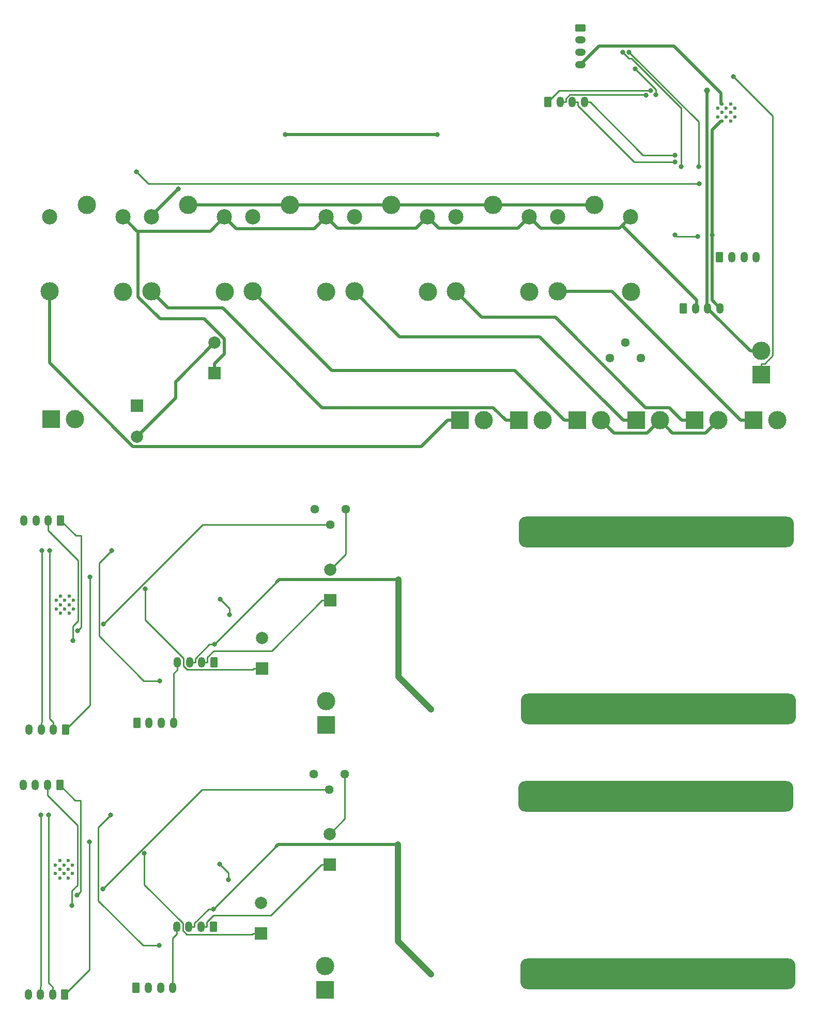
<source format=gbr>
%TF.GenerationSoftware,KiCad,Pcbnew,7.0.8*%
%TF.CreationDate,2023-11-09T16:26:40+02:00*%
%TF.ProjectId,sprinklers,73707269-6e6b-46c6-9572-732e6b696361,1.2*%
%TF.SameCoordinates,Original*%
%TF.FileFunction,Copper,L2,Bot*%
%TF.FilePolarity,Positive*%
%FSLAX46Y46*%
G04 Gerber Fmt 4.6, Leading zero omitted, Abs format (unit mm)*
G04 Created by KiCad (PCBNEW 7.0.8) date 2023-11-09 16:26:40*
%MOMM*%
%LPD*%
G01*
G04 APERTURE LIST*
G04 Aperture macros list*
%AMRoundRect*
0 Rectangle with rounded corners*
0 $1 Rounding radius*
0 $2 $3 $4 $5 $6 $7 $8 $9 X,Y pos of 4 corners*
0 Add a 4 corners polygon primitive as box body*
4,1,4,$2,$3,$4,$5,$6,$7,$8,$9,$2,$3,0*
0 Add four circle primitives for the rounded corners*
1,1,$1+$1,$2,$3*
1,1,$1+$1,$4,$5*
1,1,$1+$1,$6,$7*
1,1,$1+$1,$8,$9*
0 Add four rect primitives between the rounded corners*
20,1,$1+$1,$2,$3,$4,$5,0*
20,1,$1+$1,$4,$5,$6,$7,0*
20,1,$1+$1,$6,$7,$8,$9,0*
20,1,$1+$1,$8,$9,$2,$3,0*%
%AMFreePoly0*
4,1,41,-22.500000,1.388890,-22.492142,1.520800,-22.447241,1.727208,-22.364088,1.921388,-22.245689,2.096323,-22.096323,2.245689,-21.921388,2.364088,-21.727208,2.447241,-21.520800,2.492142,-21.388890,2.500000,21.388890,2.500000,21.520800,2.492142,21.727208,2.447241,21.921388,2.364088,22.096323,2.245689,22.245689,2.096323,22.364088,1.921388,22.447241,1.727208,22.492142,1.520800,22.500000,1.388890,
22.500000,-1.388890,22.492142,-1.520800,22.447241,-1.727208,22.364088,-1.921388,22.245689,-2.096323,22.096323,-2.245689,21.921388,-2.364088,21.727208,-2.447241,21.520800,-2.492142,21.388890,-2.500000,-21.388890,-2.500000,-21.520800,-2.492142,-21.727208,-2.447241,-21.921388,-2.364088,-22.096323,-2.245689,-22.245689,-2.096323,-22.364088,-1.921388,-22.447241,-1.727208,-22.492142,-1.520800,-22.500000,-1.388890,
-22.500000,1.388890,-22.500000,1.388890,$1*%
G04 Aperture macros list end*
%TA.AperFunction,ComponentPad*%
%ADD10RoundRect,0.250000X0.350000X0.625000X-0.350000X0.625000X-0.350000X-0.625000X0.350000X-0.625000X0*%
%TD*%
%TA.AperFunction,ComponentPad*%
%ADD11O,1.200000X1.750000*%
%TD*%
%TA.AperFunction,HeatsinkPad*%
%ADD12C,0.600000*%
%TD*%
%TA.AperFunction,ComponentPad*%
%ADD13C,1.440000*%
%TD*%
%TA.AperFunction,ComponentPad*%
%ADD14RoundRect,0.250000X-0.350000X-0.625000X0.350000X-0.625000X0.350000X0.625000X-0.350000X0.625000X0*%
%TD*%
%TA.AperFunction,ComponentPad*%
%ADD15R,2.000000X2.000000*%
%TD*%
%TA.AperFunction,ComponentPad*%
%ADD16C,2.000000*%
%TD*%
%TA.AperFunction,ComponentPad*%
%ADD17R,3.000000X3.000000*%
%TD*%
%TA.AperFunction,ComponentPad*%
%ADD18C,3.000000*%
%TD*%
%TA.AperFunction,SMDPad,CuDef*%
%ADD19FreePoly0,180.000000*%
%TD*%
%TA.AperFunction,ComponentPad*%
%ADD20C,2.500000*%
%TD*%
%TA.AperFunction,ComponentPad*%
%ADD21RoundRect,0.250000X-0.625000X0.350000X-0.625000X-0.350000X0.625000X-0.350000X0.625000X0.350000X0*%
%TD*%
%TA.AperFunction,ComponentPad*%
%ADD22O,1.750000X1.200000*%
%TD*%
%TA.AperFunction,ViaPad*%
%ADD23C,0.800000*%
%TD*%
%TA.AperFunction,ViaPad*%
%ADD24C,1.000000*%
%TD*%
%TA.AperFunction,Conductor*%
%ADD25C,0.500000*%
%TD*%
%TA.AperFunction,Conductor*%
%ADD26C,0.250000*%
%TD*%
%TA.AperFunction,Conductor*%
%ADD27C,1.000000*%
%TD*%
G04 APERTURE END LIST*
D10*
%TO.P,PROG1,1,Pin_1*%
%TO.N,Net-(PROG1-Pin_1)*%
X13043763Y-62018627D03*
D11*
%TO.P,PROG1,2,Pin_2*%
%TO.N,Net-(PROG1-Pin_2)*%
X11043763Y-62018627D03*
%TO.P,PROG1,3,Pin_3*%
%TO.N,Net-(PROG1-Pin_3)*%
X9043763Y-62018627D03*
%TO.P,PROG1,4,Pin_4*%
%TO.N,Net-(POWER1-Pin_1)*%
X7043763Y-62018627D03*
%TD*%
D12*
%TO.P,U2,39,GND*%
%TO.N,GRD*%
X12201263Y-42967027D03*
X13601263Y-42967027D03*
X11501263Y-42267027D03*
X12901263Y-42267027D03*
X14301263Y-42267027D03*
X12201263Y-41567027D03*
X13601263Y-41567027D03*
X11501263Y-40867027D03*
X12901263Y-40867027D03*
X14301263Y-40867027D03*
X12201263Y-40167027D03*
X13601263Y-40167027D03*
%TD*%
D13*
%TO.P,RV1,1,1*%
%TO.N,GRD*%
X58929963Y-25963927D03*
%TO.P,RV1,2,2*%
%TO.N,Net-(SENSOR1-Pin_1)*%
X56389963Y-28503927D03*
%TO.P,RV1,3,3*%
%TO.N,unconnected-(RV1-Pad3)*%
X53849963Y-25963927D03*
%TD*%
D10*
%TO.P,EXT1,1,Pin_1*%
%TO.N,Net-(EXT1-Pin_1)*%
X12200613Y-27780453D03*
D11*
%TO.P,EXT1,2,Pin_2*%
%TO.N,Net-(EXT1-Pin_2)*%
X10200613Y-27780453D03*
%TO.P,EXT1,3,Pin_3*%
%TO.N,Net-(EXT1-Pin_3)*%
X8200613Y-27780453D03*
%TO.P,EXT1,4,Pin_4*%
%TO.N,Net-(EXT1-Pin_4)*%
X6200613Y-27780453D03*
%TD*%
D14*
%TO.P,LED1,1,Pin_1*%
%TO.N,Net-(LED1-Pin_1)*%
X24711263Y-60918627D03*
D11*
%TO.P,LED1,2,Pin_2*%
%TO.N,Net-(LED1-Pin_2)*%
X26711263Y-60918627D03*
%TO.P,LED1,3,Pin_3*%
%TO.N,Net-(LED1-Pin_3)*%
X28711263Y-60918627D03*
%TO.P,LED1,4,Pin_4*%
%TO.N,GRD*%
X30711263Y-60918627D03*
%TD*%
D15*
%TO.P,C6,1*%
%TO.N,Net-(POWER1-Pin_2)*%
X56409563Y-40827727D03*
D16*
%TO.P,C6,2*%
%TO.N,GRD*%
X56409563Y-35827727D03*
%TD*%
D10*
%TO.P,POWER1,1,Pin_1*%
%TO.N,Net-(POWER1-Pin_1)*%
X37351163Y-50990027D03*
D11*
%TO.P,POWER1,2,Pin_2*%
%TO.N,Net-(POWER1-Pin_2)*%
X35351163Y-50990027D03*
%TO.P,POWER1,3,Pin_3*%
%TO.N,3V3*%
X33351163Y-50990027D03*
%TO.P,POWER1,4,Pin_4*%
%TO.N,GRD*%
X31351163Y-50990027D03*
%TD*%
D17*
%TO.P,AC24-IN1,1,Pin_1*%
%TO.N,Net-(AC24-IN1-Pin_1)*%
X55703564Y-61273845D03*
D18*
%TO.P,AC24-IN1,2,Pin_2*%
%TO.N,Net-(AC24-IN1-Pin_2)*%
X55703564Y-57393845D03*
%TD*%
D15*
%TO.P,C5,1*%
%TO.N,Net-(D4-K)*%
X45210263Y-52055127D03*
D16*
%TO.P,C5,2*%
%TO.N,GRD*%
X45210263Y-47055127D03*
%TD*%
D10*
%TO.P,PROG1,1,Pin_1*%
%TO.N,Net-(PROG1-Pin_1)*%
X13170601Y-18716700D03*
D11*
%TO.P,PROG1,2,Pin_2*%
%TO.N,Net-(PROG1-Pin_2)*%
X11170601Y-18716700D03*
%TO.P,PROG1,3,Pin_3*%
%TO.N,Net-(PROG1-Pin_3)*%
X9170601Y-18716700D03*
%TO.P,PROG1,4,Pin_4*%
%TO.N,Net-(POWER1-Pin_1)*%
X7170601Y-18716700D03*
%TD*%
D12*
%TO.P,U2,39,GND*%
%TO.N,GRD*%
X12328101Y334900D03*
X13728101Y334900D03*
X11628101Y1034900D03*
X13028101Y1034900D03*
X14428101Y1034900D03*
X12328101Y1734900D03*
X13728101Y1734900D03*
X11628101Y2434900D03*
X13028101Y2434900D03*
X14428101Y2434900D03*
X12328101Y3134900D03*
X13728101Y3134900D03*
%TD*%
D13*
%TO.P,RV1,1,1*%
%TO.N,GRD*%
X59056801Y17338000D03*
%TO.P,RV1,2,2*%
%TO.N,Net-(SENSOR1-Pin_1)*%
X56516801Y14798000D03*
%TO.P,RV1,3,3*%
%TO.N,unconnected-(RV1-Pad3)*%
X53976801Y17338000D03*
%TD*%
D10*
%TO.P,EXT1,1,Pin_1*%
%TO.N,Net-(EXT1-Pin_1)*%
X12327451Y15521474D03*
D11*
%TO.P,EXT1,2,Pin_2*%
%TO.N,Net-(EXT1-Pin_2)*%
X10327451Y15521474D03*
%TO.P,EXT1,3,Pin_3*%
%TO.N,Net-(EXT1-Pin_3)*%
X8327451Y15521474D03*
%TO.P,EXT1,4,Pin_4*%
%TO.N,Net-(EXT1-Pin_4)*%
X6327451Y15521474D03*
%TD*%
D14*
%TO.P,LED1,1,Pin_1*%
%TO.N,Net-(LED1-Pin_1)*%
X24838101Y-17616700D03*
D11*
%TO.P,LED1,2,Pin_2*%
%TO.N,Net-(LED1-Pin_2)*%
X26838101Y-17616700D03*
%TO.P,LED1,3,Pin_3*%
%TO.N,Net-(LED1-Pin_3)*%
X28838101Y-17616700D03*
%TO.P,LED1,4,Pin_4*%
%TO.N,GRD*%
X30838101Y-17616700D03*
%TD*%
D15*
%TO.P,C6,1*%
%TO.N,Net-(POWER1-Pin_2)*%
X56536401Y2474200D03*
D16*
%TO.P,C6,2*%
%TO.N,GRD*%
X56536401Y7474200D03*
%TD*%
D10*
%TO.P,POWER1,1,Pin_1*%
%TO.N,Net-(POWER1-Pin_1)*%
X37478001Y-7688100D03*
D11*
%TO.P,POWER1,2,Pin_2*%
%TO.N,Net-(POWER1-Pin_2)*%
X35478001Y-7688100D03*
%TO.P,POWER1,3,Pin_3*%
%TO.N,3V3*%
X33478001Y-7688100D03*
%TO.P,POWER1,4,Pin_4*%
%TO.N,GRD*%
X31478001Y-7688100D03*
%TD*%
D17*
%TO.P,AC24-IN1,1,Pin_1*%
%TO.N,Net-(AC24-IN1-Pin_1)*%
X55830402Y-17971918D03*
D18*
%TO.P,AC24-IN1,2,Pin_2*%
%TO.N,Net-(AC24-IN1-Pin_2)*%
X55830402Y-14091918D03*
%TD*%
D15*
%TO.P,C5,1*%
%TO.N,Net-(D4-K)*%
X45337101Y-8753200D03*
D16*
%TO.P,C5,2*%
%TO.N,GRD*%
X45337101Y-3753200D03*
%TD*%
D19*
%TO.P,,1*%
%TO.N,Net-(SENSOR1-Pin_1)*%
X109871027Y-29636635D03*
%TD*%
D17*
%TO.P,J2,1,Pin_1*%
%TO.N,Net-(J2-Pin_1)*%
X87412404Y31886166D03*
D18*
%TO.P,J2,2,Pin_2*%
%TO.N,Net-(AC24-IN1-Pin_2)*%
X91292404Y31886166D03*
%TD*%
D19*
%TO.P,,1*%
%TO.N,3V3*%
X110206630Y-58668534D03*
%TD*%
D18*
%TO.P,K5,1*%
%TO.N,Net-(AC24-IN1-Pin_1)*%
X83156404Y67122166D03*
D20*
%TO.P,K5,2*%
%TO.N,Net-(D13-A)*%
X77106404Y65172166D03*
D18*
%TO.P,K5,3*%
%TO.N,Net-(J5-Pin_1)*%
X77106404Y52972166D03*
%TO.P,K5,4*%
%TO.N,unconnected-(K5-Pad4)*%
X89156404Y52922166D03*
D20*
%TO.P,K5,5*%
%TO.N,5V*%
X89106404Y65172166D03*
%TD*%
D14*
%TO.P,POWER1,1,Pin_1*%
%TO.N,Net-(POWER1-Pin_1)*%
X114367833Y50173181D03*
D11*
%TO.P,POWER1,2,Pin_2*%
%TO.N,5V*%
X116367833Y50173181D03*
%TO.P,POWER1,3,Pin_3*%
%TO.N,3V3*%
X118367833Y50173181D03*
%TO.P,POWER1,4,Pin_4*%
%TO.N,GRD*%
X120367833Y50173181D03*
%TD*%
D17*
%TO.P,J3,1,Pin_1*%
%TO.N,Net-(J3-Pin_1)*%
X97019404Y31886166D03*
D18*
%TO.P,J3,2,Pin_2*%
%TO.N,Net-(AC24-IN1-Pin_2)*%
X100899404Y31886166D03*
%TD*%
%TO.P,K3,1*%
%TO.N,Net-(AC24-IN1-Pin_1)*%
X49882404Y67122166D03*
D20*
%TO.P,K3,2*%
%TO.N,Net-(D9-A)*%
X43832404Y65172166D03*
D18*
%TO.P,K3,3*%
%TO.N,Net-(J3-Pin_1)*%
X43832404Y52972166D03*
%TO.P,K3,4*%
%TO.N,unconnected-(K3-Pad4)*%
X55882404Y52922166D03*
D20*
%TO.P,K3,5*%
%TO.N,5V*%
X55832404Y65172166D03*
%TD*%
D17*
%TO.P,J6,1,Pin_1*%
%TO.N,Net-(J6-Pin_1)*%
X125840404Y31886166D03*
D18*
%TO.P,J6,2,Pin_2*%
%TO.N,Net-(AC24-IN1-Pin_2)*%
X129720404Y31886166D03*
%TD*%
D17*
%TO.P,J5,1,Pin_1*%
%TO.N,Net-(J5-Pin_1)*%
X116233404Y31886166D03*
D18*
%TO.P,J5,2,Pin_2*%
%TO.N,Net-(AC24-IN1-Pin_2)*%
X120113404Y31886166D03*
%TD*%
%TO.P,K1,1*%
%TO.N,Net-(AC24-IN1-Pin_1)*%
X16608404Y67122166D03*
D20*
%TO.P,K1,2*%
%TO.N,Net-(D11-A)*%
X10558404Y65172166D03*
D18*
%TO.P,K1,3*%
%TO.N,Net-(J1-Pin_1)*%
X10558404Y52972166D03*
%TO.P,K1,4*%
%TO.N,unconnected-(K1-Pad4)*%
X22608404Y52922166D03*
D20*
%TO.P,K1,5*%
%TO.N,5V*%
X22558404Y65172166D03*
%TD*%
D18*
%TO.P,K4,1*%
%TO.N,Net-(AC24-IN1-Pin_1)*%
X66519404Y67122166D03*
D20*
%TO.P,K4,2*%
%TO.N,Net-(D12-A)*%
X60469404Y65172166D03*
D18*
%TO.P,K4,3*%
%TO.N,Net-(J4-Pin_1)*%
X60469404Y52972166D03*
%TO.P,K4,4*%
%TO.N,unconnected-(K4-Pad4)*%
X72519404Y52922166D03*
D20*
%TO.P,K4,5*%
%TO.N,5V*%
X72469404Y65172166D03*
%TD*%
D19*
%TO.P,,1*%
%TO.N,Net-(SENSOR1-Pin_1)*%
X109909909Y13671788D03*
%TD*%
%TO.P,,1*%
%TO.N,3V3*%
X110245512Y-15360111D03*
%TD*%
D12*
%TO.P,U2,39,GND*%
%TO.N,GRD*%
X122113404Y83672166D03*
X120713404Y83672166D03*
X122813404Y82972166D03*
X121413404Y82972166D03*
X120013404Y82972166D03*
X122113404Y82272166D03*
X120713404Y82272166D03*
X122813404Y81572166D03*
X121413404Y81572166D03*
X120013404Y81572166D03*
X122113404Y80872166D03*
X120713404Y80872166D03*
%TD*%
D18*
%TO.P,K6,1*%
%TO.N,Net-(AC24-IN1-Pin_1)*%
X99793404Y67122166D03*
D20*
%TO.P,K6,2*%
%TO.N,Net-(D14-A)*%
X93743404Y65172166D03*
D18*
%TO.P,K6,3*%
%TO.N,Net-(J6-Pin_1)*%
X93743404Y52972166D03*
%TO.P,K6,4*%
%TO.N,unconnected-(K6-Pad4)*%
X105793404Y52922166D03*
D20*
%TO.P,K6,5*%
%TO.N,5V*%
X105743404Y65172166D03*
%TD*%
D15*
%TO.P,C6,1*%
%TO.N,5V*%
X37563404Y39586166D03*
D16*
%TO.P,C6,2*%
%TO.N,GRD*%
X37563404Y44586166D03*
%TD*%
D17*
%TO.P,J1,1,Pin_1*%
%TO.N,Net-(J1-Pin_1)*%
X77805404Y31886166D03*
D18*
%TO.P,J1,2,Pin_2*%
%TO.N,Net-(AC24-IN1-Pin_2)*%
X81685404Y31886166D03*
%TD*%
D13*
%TO.P,RV1,1,1*%
%TO.N,GRD*%
X102333404Y42046166D03*
%TO.P,RV1,2,2*%
%TO.N,Net-(SENSOR1-Pin_1)*%
X104873404Y44586166D03*
%TO.P,RV1,3,3*%
%TO.N,unconnected-(RV1-Pad3)*%
X107413404Y42046166D03*
%TD*%
D18*
%TO.P,K2,1*%
%TO.N,Net-(AC24-IN1-Pin_1)*%
X33245404Y67122166D03*
D20*
%TO.P,K2,2*%
%TO.N,Net-(D10-A)*%
X27195404Y65172166D03*
D18*
%TO.P,K2,3*%
%TO.N,Net-(J2-Pin_1)*%
X27195404Y52972166D03*
%TO.P,K2,4*%
%TO.N,unconnected-(K2-Pad4)*%
X39245404Y52922166D03*
D20*
%TO.P,K2,5*%
%TO.N,5V*%
X39195404Y65172166D03*
%TD*%
D17*
%TO.P,SENSOR1,1,Pin_1*%
%TO.N,Net-(SENSOR1-Pin_1)*%
X127155204Y39355066D03*
D18*
%TO.P,SENSOR1,2,Pin_2*%
%TO.N,3V3*%
X127155204Y43235066D03*
%TD*%
D14*
%TO.P,PROG1,1,Pin_1*%
%TO.N,Net-(PROG1-Pin_1)*%
X120313534Y58556167D03*
D11*
%TO.P,PROG1,2,Pin_2*%
%TO.N,Net-(PROG1-Pin_2)*%
X122313534Y58556167D03*
%TO.P,PROG1,3,Pin_3*%
%TO.N,Net-(PROG1-Pin_3)*%
X124313534Y58556167D03*
%TO.P,PROG1,4,Pin_4*%
%TO.N,Net-(POWER1-Pin_1)*%
X126313534Y58556167D03*
%TD*%
D17*
%TO.P,J4,1,Pin_1*%
%TO.N,Net-(J4-Pin_1)*%
X106626404Y31886166D03*
D18*
%TO.P,J4,2,Pin_2*%
%TO.N,Net-(AC24-IN1-Pin_2)*%
X110506404Y31886166D03*
%TD*%
D21*
%TO.P,LED1,1,Pin_1*%
%TO.N,Net-(LED1-Pin_1)*%
X97523404Y96116166D03*
D22*
%TO.P,LED1,2,Pin_2*%
%TO.N,Net-(LED1-Pin_2)*%
X97523404Y94116166D03*
%TO.P,LED1,3,Pin_3*%
%TO.N,Net-(LED1-Pin_3)*%
X97523404Y92116166D03*
%TO.P,LED1,4,Pin_4*%
%TO.N,GRD*%
X97523404Y90116166D03*
%TD*%
D17*
%TO.P,AC24-IN1,1,Pin_1*%
%TO.N,Net-(AC24-IN1-Pin_1)*%
X10823404Y32132166D03*
D18*
%TO.P,AC24-IN1,2,Pin_2*%
%TO.N,Net-(AC24-IN1-Pin_2)*%
X14703404Y32132166D03*
%TD*%
D14*
%TO.P,EXT1,1,Pin_1*%
%TO.N,Net-(EXT1-Pin_1)*%
X92173404Y83956166D03*
D11*
%TO.P,EXT1,2,Pin_2*%
%TO.N,Net-(EXT1-Pin_2)*%
X94173404Y83956166D03*
%TO.P,EXT1,3,Pin_3*%
%TO.N,Net-(EXT1-Pin_3)*%
X96173404Y83956166D03*
%TO.P,EXT1,4,Pin_4*%
%TO.N,Net-(EXT1-Pin_4)*%
X98173404Y83956166D03*
%TD*%
D15*
%TO.P,C5,1*%
%TO.N,Net-(D4-K)*%
X24863404Y34253866D03*
D16*
%TO.P,C5,2*%
%TO.N,GRD*%
X24863404Y29253866D03*
%TD*%
D23*
%TO.N,Net-(PROG1-Pin_3)*%
X9151263Y-32693227D03*
%TO.N,Net-(U2-IO4)*%
X20548163Y-32701327D03*
%TO.N,Net-(PROG1-Pin_1)*%
X17037763Y-37045527D03*
%TO.N,Net-(EXT1-Pin_1)*%
X15036763Y-45813027D03*
%TO.N,Net-(PROG1-Pin_2)*%
X10421263Y-32703427D03*
%TO.N,Net-(EXT1-Pin_2)*%
X14231263Y-47453527D03*
%TO.N,GRD*%
X39864122Y-43244136D03*
%TO.N,Net-(D4-K)*%
X26074482Y-38969706D03*
%TO.N,3V3*%
X37415563Y-48074327D03*
%TO.N,GRD*%
X38370867Y-40687532D03*
%TO.N,Net-(U2-IO4)*%
X28479363Y-54043327D03*
%TO.N,Net-(SENSOR1-Pin_1)*%
X19255363Y-44764227D03*
%TO.N,Net-(PROG1-Pin_3)*%
X9278101Y10608700D03*
%TO.N,Net-(U2-IO4)*%
X20675001Y10600600D03*
%TO.N,Net-(PROG1-Pin_1)*%
X17164601Y6256400D03*
%TO.N,Net-(EXT1-Pin_1)*%
X15163601Y-2511100D03*
%TO.N,Net-(PROG1-Pin_2)*%
X10548101Y10598500D03*
%TO.N,Net-(EXT1-Pin_2)*%
X14358101Y-4151600D03*
%TO.N,GRD*%
X39990960Y57791D03*
%TO.N,Net-(D4-K)*%
X26201320Y4332221D03*
%TO.N,3V3*%
X37542401Y-4772400D03*
%TO.N,GRD*%
X38497705Y2614395D03*
%TO.N,Net-(U2-IO4)*%
X28606201Y-10741400D03*
%TO.N,Net-(SENSOR1-Pin_1)*%
X19382201Y-1462300D03*
%TO.N,GRD*%
X74076553Y78657301D03*
X119072304Y62230000D03*
X113030000Y62230000D03*
X49157149Y78657301D03*
X116688283Y61980572D03*
%TO.N,Net-(D10-A)*%
X31613009Y69781782D03*
%TO.N,3V3*%
X118615644Y-15360111D03*
D24*
X118258904Y85864066D03*
D23*
X118576762Y-58668534D03*
X113535644Y-15360111D03*
X108416762Y-58668534D03*
X93176762Y-58668534D03*
X73045401Y-15420510D03*
X73006519Y-58728933D03*
X123656762Y-58668534D03*
X98256762Y-58668534D03*
X103336762Y-58668534D03*
X98295644Y-15360111D03*
X93215644Y-15360111D03*
X128736762Y-58668534D03*
X128775644Y-15360111D03*
X123695644Y-15360111D03*
X108455644Y-15360111D03*
X113496762Y-58668534D03*
X103375644Y-15360111D03*
%TO.N,Net-(Q1-G)*%
X24769504Y72561466D03*
X117009704Y70647566D03*
%TO.N,Net-(U2-IO13)*%
X106466004Y89396666D03*
X109861304Y85212166D03*
%TO.N,Net-(U2-IO5)*%
X116887704Y73374166D03*
X105492704Y92152366D03*
%TO.N,Net-(U2-IO4)*%
X104456704Y92124766D03*
X114013204Y73378866D03*
%TO.N,Net-(SENSOR1-Pin_1)*%
X108455644Y13671788D03*
X103375644Y13671788D03*
X98295644Y13671788D03*
X108416762Y-29636635D03*
X118615644Y13671788D03*
X103336762Y-29636635D03*
X128736762Y-29636635D03*
X128775644Y13671788D03*
X122577804Y88117666D03*
X118576762Y-29636635D03*
X123695644Y13671788D03*
X113535644Y13671788D03*
X93176762Y-29636635D03*
X98256762Y-29636635D03*
X93215644Y13671788D03*
X123656762Y-29636635D03*
X113496762Y-29636635D03*
%TO.N,Net-(EXT1-Pin_1)*%
X108998504Y85834066D03*
%TO.N,Net-(EXT1-Pin_2)*%
X108256304Y85098666D03*
%TO.N,Net-(EXT1-Pin_3)*%
X113030000Y74161066D03*
%TO.N,Net-(EXT1-Pin_4)*%
X113030000Y75283266D03*
%TD*%
D25*
%TO.N,3V3*%
X47614563Y-37875327D02*
X48008957Y-37480933D01*
X48008957Y-37480933D02*
X67654619Y-37480933D01*
D26*
%TO.N,Net-(POWER1-Pin_2)*%
X35351163Y-50990027D02*
X36278063Y-50990027D01*
%TO.N,GRD*%
X31351163Y-50990027D02*
X31351163Y-52191927D01*
%TO.N,Net-(U2-IO4)*%
X25834363Y-54043327D02*
X18510763Y-46719727D01*
%TO.N,3V3*%
X34278063Y-50990027D02*
X34278063Y-50410727D01*
%TO.N,Net-(EXT1-Pin_2)*%
X10200613Y-27780453D02*
X10200613Y-29451277D01*
%TO.N,Net-(D4-K)*%
X26074482Y-44067046D02*
X32351163Y-50343727D01*
X32351163Y-50343727D02*
X32351163Y-51592127D01*
%TO.N,Net-(PROG1-Pin_2)*%
X11043763Y-62018627D02*
X11043763Y-60816727D01*
%TO.N,3V3*%
X36614463Y-48074327D02*
X37415563Y-48074327D01*
X34278063Y-50410727D02*
X36614463Y-48074327D01*
X33351163Y-50990027D02*
X34278063Y-50990027D01*
%TO.N,GRD*%
X30711263Y-52831827D02*
X30711263Y-60469427D01*
%TO.N,Net-(D4-K)*%
X26074482Y-38969706D02*
X26074482Y-44067046D01*
%TO.N,GRD*%
X58929963Y-33307327D02*
X58929963Y-25963927D01*
X31351163Y-52191927D02*
X30711263Y-52831827D01*
X38370867Y-40687532D02*
X39864122Y-42180787D01*
X56409563Y-35827727D02*
X58929963Y-33307327D01*
X39864122Y-42180787D02*
X39864122Y-43244136D01*
%TO.N,Net-(SENSOR1-Pin_1)*%
X56389963Y-28503927D02*
X35515663Y-28503927D01*
%TO.N,Net-(U2-IO4)*%
X18510763Y-46719727D02*
X18510763Y-34738727D01*
%TO.N,Net-(POWER1-Pin_2)*%
X46792563Y-49117827D02*
X37357263Y-49117827D01*
X36278063Y-50197027D02*
X36278063Y-50990027D01*
X37357263Y-49117827D02*
X36278063Y-50197027D01*
X56409563Y-40827727D02*
X55082663Y-40827727D01*
X55082663Y-40827727D02*
X46792563Y-49117827D01*
%TO.N,Net-(PROG1-Pin_1)*%
X17037763Y-58024627D02*
X13043763Y-62018627D01*
%TO.N,Net-(U2-IO4)*%
X28479363Y-54043327D02*
X25834363Y-54043327D01*
%TO.N,Net-(EXT1-Pin_2)*%
X10200613Y-29451277D02*
X15102863Y-34353527D01*
X14231263Y-45081327D02*
X14231263Y-47453527D01*
%TO.N,Net-(EXT1-Pin_1)*%
X15625563Y-30297827D02*
X15625563Y-45224227D01*
%TO.N,3V3*%
X37415563Y-48074327D02*
X47614563Y-37875327D01*
%TO.N,Net-(EXT1-Pin_1)*%
X15625563Y-45224227D02*
X15036763Y-45813027D01*
X12200613Y-27780453D02*
X14717987Y-30297827D01*
%TO.N,Net-(EXT1-Pin_2)*%
X15102863Y-44209727D02*
X14231263Y-45081327D01*
%TO.N,Net-(SENSOR1-Pin_1)*%
X35515663Y-28503927D02*
X19255363Y-44764227D01*
%TO.N,Net-(U2-IO4)*%
X18510763Y-34738727D02*
X20548163Y-32701327D01*
%TO.N,Net-(PROG1-Pin_1)*%
X17037763Y-37045527D02*
X17037763Y-58024627D01*
%TO.N,Net-(D4-K)*%
X43713663Y-52224827D02*
X43883363Y-52055127D01*
X32983863Y-52224827D02*
X43713663Y-52224827D01*
X43883363Y-52055127D02*
X45210263Y-52055127D01*
X32351163Y-51592127D02*
X32983863Y-52224827D01*
%TO.N,Net-(PROG1-Pin_3)*%
X9151263Y-60709227D02*
X9151263Y-32693227D01*
%TO.N,Net-(PROG1-Pin_2)*%
X10421263Y-60194227D02*
X10421263Y-32703427D01*
X11043763Y-60816727D02*
X10421263Y-60194227D01*
%TO.N,Net-(PROG1-Pin_3)*%
X9043763Y-62018627D02*
X9043763Y-60816727D01*
%TO.N,Net-(EXT1-Pin_2)*%
X15102863Y-34353527D02*
X15102863Y-44209727D01*
%TO.N,Net-(PROG1-Pin_3)*%
X9043763Y-60816727D02*
X9151263Y-60709227D01*
%TO.N,Net-(EXT1-Pin_1)*%
X14717987Y-30297827D02*
X15625563Y-30297827D01*
D25*
%TO.N,3V3*%
X47741401Y5426600D02*
X48142291Y5827490D01*
X48142291Y5827490D02*
X67693501Y5827490D01*
D26*
%TO.N,Net-(POWER1-Pin_2)*%
X35478001Y-7688100D02*
X36404901Y-7688100D01*
%TO.N,GRD*%
X31478001Y-7688100D02*
X31478001Y-8890000D01*
%TO.N,Net-(U2-IO4)*%
X25961201Y-10741400D02*
X18637601Y-3417800D01*
%TO.N,3V3*%
X34404901Y-7688100D02*
X34404901Y-7108800D01*
%TO.N,Net-(EXT1-Pin_2)*%
X10327451Y15521474D02*
X10327451Y13850650D01*
%TO.N,Net-(D4-K)*%
X26201320Y-765119D02*
X32478001Y-7041800D01*
X32478001Y-7041800D02*
X32478001Y-8290200D01*
%TO.N,Net-(PROG1-Pin_2)*%
X11170601Y-18716700D02*
X11170601Y-17514800D01*
%TO.N,3V3*%
X36741301Y-4772400D02*
X37542401Y-4772400D01*
X34404901Y-7108800D02*
X36741301Y-4772400D01*
X33478001Y-7688100D02*
X34404901Y-7688100D01*
%TO.N,GRD*%
X30838101Y-9529900D02*
X30838101Y-17167500D01*
%TO.N,Net-(D4-K)*%
X26201320Y4332221D02*
X26201320Y-765119D01*
%TO.N,GRD*%
X59056801Y9994600D02*
X59056801Y17338000D01*
X31478001Y-8890000D02*
X30838101Y-9529900D01*
X38497705Y2614395D02*
X39990960Y1121140D01*
X56536401Y7474200D02*
X59056801Y9994600D01*
X39990960Y1121140D02*
X39990960Y57791D01*
%TO.N,Net-(SENSOR1-Pin_1)*%
X56516801Y14798000D02*
X35642501Y14798000D01*
%TO.N,Net-(U2-IO4)*%
X18637601Y-3417800D02*
X18637601Y8563200D01*
%TO.N,Net-(POWER1-Pin_2)*%
X46919401Y-5815900D02*
X37484101Y-5815900D01*
X36404901Y-6895100D02*
X36404901Y-7688100D01*
X37484101Y-5815900D02*
X36404901Y-6895100D01*
X56536401Y2474200D02*
X55209501Y2474200D01*
X55209501Y2474200D02*
X46919401Y-5815900D01*
%TO.N,Net-(PROG1-Pin_1)*%
X17164601Y-14722700D02*
X13170601Y-18716700D01*
%TO.N,Net-(U2-IO4)*%
X28606201Y-10741400D02*
X25961201Y-10741400D01*
%TO.N,Net-(EXT1-Pin_2)*%
X10327451Y13850650D02*
X15229701Y8948400D01*
X14358101Y-1779400D02*
X14358101Y-4151600D01*
%TO.N,Net-(EXT1-Pin_1)*%
X15752401Y13004100D02*
X15752401Y-1922300D01*
%TO.N,3V3*%
X37542401Y-4772400D02*
X47741401Y5426600D01*
%TO.N,Net-(EXT1-Pin_1)*%
X15752401Y-1922300D02*
X15163601Y-2511100D01*
X12327451Y15521474D02*
X14844825Y13004100D01*
%TO.N,Net-(EXT1-Pin_2)*%
X15229701Y-907800D02*
X14358101Y-1779400D01*
%TO.N,Net-(SENSOR1-Pin_1)*%
X35642501Y14798000D02*
X19382201Y-1462300D01*
%TO.N,Net-(U2-IO4)*%
X18637601Y8563200D02*
X20675001Y10600600D01*
%TO.N,Net-(PROG1-Pin_1)*%
X17164601Y6256400D02*
X17164601Y-14722700D01*
%TO.N,Net-(D4-K)*%
X43840501Y-8922900D02*
X44010201Y-8753200D01*
X33110701Y-8922900D02*
X43840501Y-8922900D01*
X44010201Y-8753200D02*
X45337101Y-8753200D01*
X32478001Y-8290200D02*
X33110701Y-8922900D01*
%TO.N,Net-(PROG1-Pin_3)*%
X9278101Y-17407300D02*
X9278101Y10608700D01*
%TO.N,Net-(PROG1-Pin_2)*%
X10548101Y-16892300D02*
X10548101Y10598500D01*
X11170601Y-17514800D02*
X10548101Y-16892300D01*
%TO.N,Net-(PROG1-Pin_3)*%
X9170601Y-18716700D02*
X9170601Y-17514800D01*
%TO.N,Net-(EXT1-Pin_2)*%
X15229701Y8948400D02*
X15229701Y-907800D01*
%TO.N,Net-(PROG1-Pin_3)*%
X9170601Y-17514800D02*
X9278101Y-17407300D01*
%TO.N,Net-(EXT1-Pin_1)*%
X14844825Y13004100D02*
X15752401Y13004100D01*
D25*
%TO.N,GRD*%
X119072304Y62230000D02*
X119072304Y79391066D01*
X31202341Y38225103D02*
X37563404Y44586166D01*
X24863404Y29253866D02*
X31202341Y35592803D01*
X31202341Y35592803D02*
X31202341Y38225103D01*
X119072304Y51525566D02*
X120530404Y50067466D01*
X119072304Y79391066D02*
X120553404Y80872166D01*
X100568404Y93161166D02*
X97523404Y90116166D01*
X120553404Y83672166D02*
X120553404Y85459166D01*
X74076553Y78657301D02*
X49157149Y78657301D01*
X112851404Y93161166D02*
X100568404Y93161166D01*
D26*
X113279428Y61980572D02*
X113030000Y62230000D01*
D25*
X119072304Y62230000D02*
X119072304Y51525566D01*
X120553404Y85459166D02*
X112851404Y93161166D01*
D26*
X116688283Y61980572D02*
X113279428Y61980572D01*
D25*
%TO.N,Net-(D10-A)*%
X31613009Y69781782D02*
X27195404Y65364177D01*
D26*
X27195404Y65364177D02*
X27195404Y65172166D01*
D25*
%TO.N,3V3*%
X118204504Y50393366D02*
X118530404Y50067466D01*
D26*
X67654619Y-37480933D02*
X67654619Y-37480833D01*
D27*
X67693501Y5827590D02*
X67693501Y-10068610D01*
X67654619Y-37480833D02*
X67654619Y-53377033D01*
D25*
X118204504Y85809666D02*
X118204504Y50393366D01*
D27*
X67693501Y-10068610D02*
X73045401Y-15420510D01*
D25*
X127155204Y43235066D02*
X125362804Y43235066D01*
X118258904Y85864066D02*
X118204504Y85809666D01*
D26*
X67693501Y5827490D02*
X67693501Y5827590D01*
D27*
X67654619Y-53377033D02*
X73006519Y-58728933D01*
D25*
X125362804Y43235066D02*
X118530404Y50067466D01*
D26*
%TO.N,Net-(Q1-G)*%
X24769504Y72561466D02*
X26683404Y70647566D01*
X26683404Y70647566D02*
X117009704Y70647566D01*
%TO.N,Net-(U2-IO13)*%
X106466004Y89396666D02*
X109861304Y86001366D01*
X109861304Y86001366D02*
X109861304Y85212166D01*
D25*
%TO.N,Net-(J1-Pin_1)*%
X77805404Y31886166D02*
X75703504Y31886166D01*
X71461704Y27644366D02*
X24196204Y27644366D01*
X10558404Y41282166D02*
X10558404Y52972166D01*
X75703504Y31886166D02*
X71461704Y27644366D01*
X24196204Y27644366D02*
X10558404Y41282166D01*
%TO.N,Net-(J2-Pin_1)*%
X85310504Y31886166D02*
X83208604Y33988066D01*
X38939204Y50258066D02*
X29909504Y50258066D01*
X29909504Y50258066D02*
X27195404Y52972166D01*
X83208604Y33988066D02*
X55209204Y33988066D01*
X87412404Y31886166D02*
X85310504Y31886166D01*
X55209204Y33988066D02*
X38939204Y50258066D01*
%TO.N,Net-(J3-Pin_1)*%
X94917504Y31886166D02*
X86736304Y40067366D01*
X86736304Y40067366D02*
X56737204Y40067366D01*
X56737204Y40067366D02*
X43832404Y52972166D01*
X97019404Y31886166D02*
X94917504Y31886166D01*
%TO.N,Net-(J4-Pin_1)*%
X90841604Y45569066D02*
X67872504Y45569066D01*
X106626404Y31886166D02*
X104524504Y31886166D01*
X67872504Y45569066D02*
X60469404Y52972166D01*
X104524504Y31886166D02*
X90841604Y45569066D01*
%TO.N,Net-(J5-Pin_1)*%
X81337504Y48741066D02*
X77106404Y52972166D01*
X116233404Y31886166D02*
X114131504Y31886166D01*
X114131504Y31886166D02*
X112029604Y33988066D01*
X93401504Y48741066D02*
X81337504Y48741066D01*
X108154504Y33988066D02*
X93401504Y48741066D01*
X112029604Y33988066D02*
X108154504Y33988066D01*
%TO.N,Net-(AC24-IN1-Pin_1)*%
X33245404Y67122166D02*
X49882404Y67122166D01*
X83156404Y67122166D02*
X66519404Y67122166D01*
X99793404Y67122166D02*
X83156404Y67122166D01*
X49882404Y67122166D02*
X66519404Y67122166D01*
D26*
%TO.N,Net-(U2-IO5)*%
X116887704Y80757366D02*
X116887704Y73374166D01*
X105492704Y92152366D02*
X116887704Y80757366D01*
%TO.N,Net-(U2-IO4)*%
X105497904Y91083566D02*
X104456704Y92124766D01*
X114013204Y73378866D02*
X114013204Y82933566D01*
X105863204Y91083566D02*
X105497904Y91083566D01*
X114013204Y82933566D02*
X105863204Y91083566D01*
D25*
%TO.N,Net-(AC24-IN1-Pin_2)*%
X100899404Y31886166D02*
X103001304Y29784266D01*
X112608304Y29784266D02*
X118011504Y29784266D01*
X108404504Y29784266D02*
X110506404Y31886166D01*
X103001304Y29784266D02*
X108404504Y29784266D01*
X118011504Y29784266D02*
X120113404Y31886166D01*
X110506404Y31886166D02*
X112608304Y29784266D01*
D26*
%TO.N,Net-(SENSOR1-Pin_1)*%
X127155204Y39355066D02*
X127155204Y41181966D01*
X127726104Y41181966D02*
X129017204Y42473066D01*
X129017204Y42473066D02*
X129017204Y81678266D01*
X127155204Y41181966D02*
X127726104Y41181966D01*
X129017204Y81678266D02*
X122577804Y88117666D01*
D25*
%TO.N,5V*%
X90964804Y63313766D02*
X103885004Y63313766D01*
X35859404Y48555766D02*
X39169604Y45245566D01*
X24877004Y62853566D02*
X25068804Y62853566D01*
X39169604Y45245566D02*
X39169604Y42794266D01*
X25068804Y62853566D02*
X25068804Y52113166D01*
X37563404Y39586166D02*
X37563404Y41188066D01*
X57684304Y63320266D02*
X70617504Y63320266D01*
X103885004Y63313766D02*
X104323004Y63751766D01*
X39169604Y42794266D02*
X37563404Y41188066D01*
X89106404Y65172166D02*
X90964804Y63313766D01*
X116530404Y50067466D02*
X116530404Y51544366D01*
X53930404Y63270166D02*
X41097404Y63270166D01*
X22558404Y65172166D02*
X24877004Y62853566D01*
X28626204Y48555766D02*
X35859404Y48555766D01*
X104323004Y63751766D02*
X105743404Y65172166D01*
X74321304Y63320266D02*
X72469404Y65172166D01*
X55832404Y65172166D02*
X53930404Y63270166D01*
X41097404Y63270166D02*
X39195404Y65172166D01*
X55832404Y65172166D02*
X57684304Y63320266D01*
X70617504Y63320266D02*
X72469404Y65172166D01*
X104323004Y63751766D02*
X116530404Y51544366D01*
X36876804Y62853566D02*
X39195404Y65172166D01*
X25068804Y62853566D02*
X36876804Y62853566D01*
X89106404Y65172166D02*
X87254504Y63320266D01*
X25068804Y52113166D02*
X28626204Y48555766D01*
X87254504Y63320266D02*
X74321304Y63320266D01*
%TO.N,Net-(J6-Pin_1)*%
X125840404Y31886166D02*
X123738504Y31886166D01*
X102652504Y52972166D02*
X93743404Y52972166D01*
X123738504Y31886166D02*
X102652504Y52972166D01*
D26*
%TO.N,Net-(EXT1-Pin_1)*%
X94051304Y85834066D02*
X108998504Y85834066D01*
X92173404Y83956166D02*
X94051304Y85834066D01*
%TO.N,Net-(EXT1-Pin_2)*%
X94173404Y83956166D02*
X95100304Y83956166D01*
X108195904Y85159066D02*
X108256304Y85098666D01*
X95100304Y83956166D02*
X95100304Y84532866D01*
X95100304Y84532866D02*
X95726504Y85159066D01*
X95726504Y85159066D02*
X108195904Y85159066D01*
%TO.N,Net-(EXT1-Pin_3)*%
X97100304Y83379466D02*
X97100304Y83956166D01*
X106318704Y74161066D02*
X97100304Y83379466D01*
X97100304Y83956166D02*
X96173404Y83956166D01*
X113030000Y74161066D02*
X106318704Y74161066D01*
%TO.N,Net-(EXT1-Pin_4)*%
X107773204Y75283266D02*
X99100304Y83956166D01*
X99100304Y83956166D02*
X98173404Y83956166D01*
X113030000Y75283266D02*
X107773204Y75283266D01*
%TD*%
M02*

</source>
